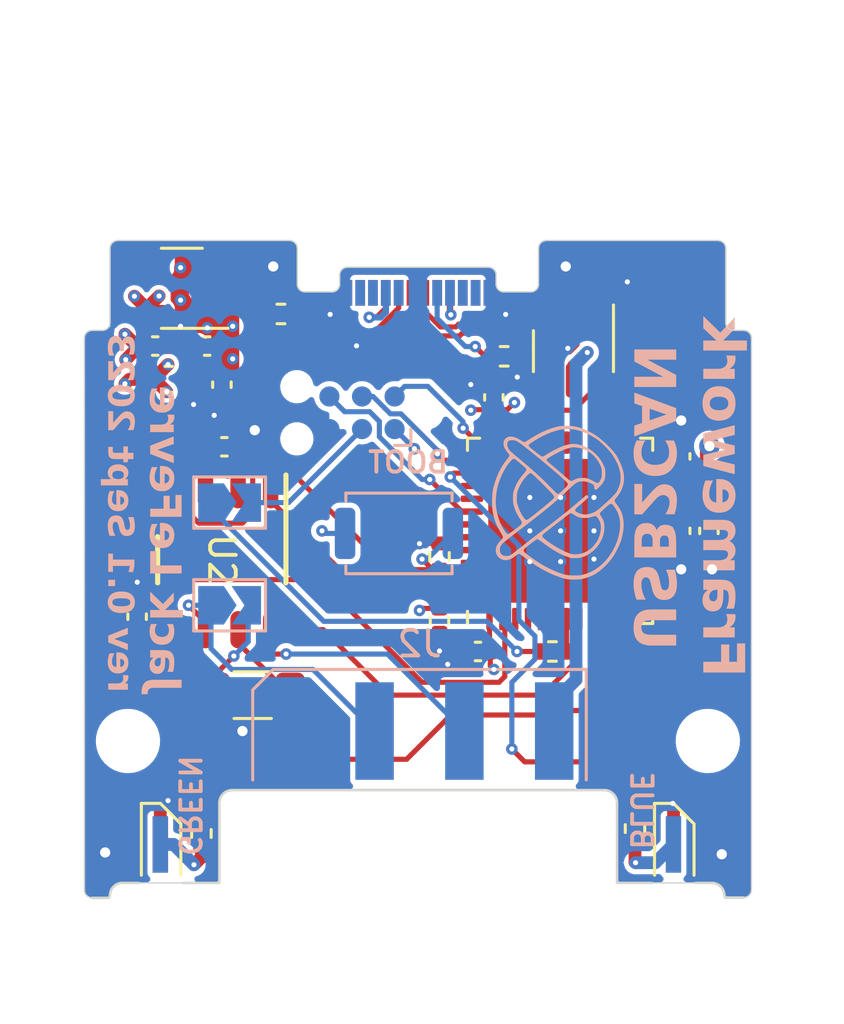
<source format=kicad_pcb>
(kicad_pcb (version 20221018) (generator pcbnew)
  (layers (0 "F.Cu" signal) (1 "In1.Cu" signal) (2 "In2.Cu" signal) (31 "B.Cu" signal) (34 "B.Paste" user) (35 "F.Paste" user) (36 "B.SilkS" user "B.Silkscreen") (37 "F.SilkS" user "F.Silkscreen") (38 "B.Mask" user) (39 "F.Mask" user) (44 "Edge.Cuts" user))
  (net 0 "")
  (net 1 "GND")
  (net 2 "+3V3")
  (net 3 "VDDA")
  (net 4 "VBUS")
  (net 5 "CAN_IOPWR")
  (net 6 "Net-(D2-A)")
  (net 7 "Net-(D3-A)")
  (net 8 "nRESET")
  (net 9 "SWDIO")
  (net 10 "SWCLK")
  (net 11 "SWO")
  (net 14 "Net-(P1-CC)")
  (net 15 "/SSD+")
  (net 16 "/SSD-")
  (net 22 "Net-(P1-VCONN)")
  (net 26 "USB_D+")
  (net 27 "Net-(J2-Pin_3)")
  (net 28 "Net-(JP1-B)")
  (net 29 "CANRX")
  (net 30 "Net-(J2-Pin_2)")
  (net 31 "USB_D-")
  (net 32 "Net-(U3-PG10)")
  (net 33 "LEDB")
  (net 35 "LEDG")
  (net 36 "CANTX")
  (net 37 "CAN_STBY")
  (net 68 "Net-(JP2-A)")
  (footprint "Resistor_SMD:R_0402_1005Metric" (layer "F.Cu") (at 133.4 94.69 -90)
    (fp_text reference "R10" hide)
    (fp_text value "330R")
  )
  (footprint "Capacitor_SMD:C_0402_1005Metric" (layer "F.Cu") (at 144.8 77.7 90)
    (fp_text reference "C4" hide)
    (fp_text value "100n")
  )
  (footprint "tcan1042:D0008A_N" (layer "F.Cu") (at 134.195 84.025001 -90)
    (fp_text reference "U2")
    (fp_text value "TCAN1042HGVDQ1")
  )
  (footprint "Capacitor_SMD:C_0402_1005Metric" (layer "F.Cu") (at 144.18 87.6 180)
    (fp_text reference "C5" hide)
    (fp_text value "100n")
  )
  (footprint "TestPoint:TestPoint_Pad_1.5x1.5mm" (layer "F.Cu") (at 147.537868 72.587868)
    (fp_text reference "TP3" hide)
    (fp_text value "TestPoint")
  )
  (footprint "Resistor_SMD:R_1206_3216Metric" (layer "F.Cu") (at 135.4 89.3 180)
    (fp_text reference "R4" hide)
    (fp_text value "120")
  )
  (footprint "Capacitor_SMD:C_0402_1005Metric" (layer "F.Cu") (at 142.68 86.4 -90)
    (fp_text reference "C8" hide)
    (fp_text value "100n")
  )
  (footprint "Resistor_SMD:R_0402_1005Metric" (layer "F.Cu") (at 142.68 83.9 90)
    (fp_text reference "R3" hide)
    (fp_text value "220k")
  )
  (footprint "Package_TO_SOT_SMD:SOT-23-6" (layer "F.Cu") (at 147.9 75.9 -90)
    (fp_text reference "U1" hide)
    (fp_text value "WE-TVS-82400102")
  )
  (footprint "Package_TO_SOT_SMD:SOT-23-5" (layer "F.Cu") (at 132.6375 73.45 180)
    (fp_text reference "U9" hide)
    (fp_text value "AP2112K-3.3")
  )
  (footprint "Capacitor_SMD:C_0402_1005Metric" (layer "F.Cu") (at 152.08 80 90)
    (fp_text reference "C6" hide)
    (fp_text value "100n")
  )
  (footprint "Capacitor_SMD:C_0402_1005Metric" (layer "F.Cu") (at 153.18 82.9 -90)
    (fp_text reference "C9" hide)
    (fp_text value "1u")
  )
  (footprint "MountingHole:MountingHole_2.2mm_M2" (layer "F.Cu") (at 130.537868 91.087868)
    (fp_text reference "H1" hide)
    (fp_text value "MountingHole")
  )
  (footprint "Capacitor_SMD:C_0603_1608Metric" (layer "F.Cu") (at 132.125 77)
    (fp_text reference "C3" hide)
    (fp_text value "4u7")
  )
  (footprint "Capacitor_SMD:C_0402_1005Metric" (layer "F.Cu") (at 130.895 86.245001 90)
    (fp_text reference "C1" hide)
    (fp_text value "100n")
  )
  (footprint "Connectors:LED_THT_Edge Mount" (layer "F.Cu") (at 151.8 95.1175 180)
    (fp_text reference "D2" hide)
    (fp_text value "Blue")
    (fp_line (start -0.86 -1.5) (end 0.84 -1.5) (stroke (width 0.05)) (layer "Edge.Cuts"))
  )
  (footprint "Connectors:LED_THT_Edge Mount" (layer "F.Cu") (at 131.8 95.1175 180)
    (fp_text reference "D3" hide)
    (fp_text value "Green")
    (fp_line (start -0.86 -1.5) (end 0.84 -1.5) (stroke (width 0.05)) (layer "Edge.Cuts"))
  )
  (footprint "NetTie:NetTie-2_SMD_Pad0.5mm" (layer "F.Cu") (at 153.08 80.9 -90)
    (fp_text reference "NT1" hide)
    (fp_text value "NetTie_2")
  )
  (footprint "Capacitor_SMD:C_0402_1005Metric" (layer "F.Cu") (at 131.6 75.7)
    (fp_text reference "C15" hide)
    (fp_text value "1u")
  )
  (footprint "Resistor_SMD:R_0402_1005Metric" (layer "F.Cu") (at 136.5 74.45 180)
    (fp_text reference "R1" hide)
    (fp_text value "5.1k")
  )
  (footprint "MountingHole:MountingHole_2.2mm_M2" (layer "F.Cu") (at 153.137868 91.087868)
    (fp_text reference "H2" hide)
    (fp_text value "MountingHole")
  )
  (footprint "Resistor_SMD:R_0402_1005Metric" (layer "F.Cu") (at 147.08 87.6)
    (fp_text reference "R5" hide)
    (fp_text value "330R")
  )
  (footprint "Resistor_SMD:R_0402_1005Metric" (layer "F.Cu") (at 150.3 94.5 -90)
    (fp_text reference "R9" hide)
    (fp_text value "330R")
  )
  (footprint "Capacitor_SMD:C_0402_1005Metric" (layer "F.Cu") (at 134.2 77.205 -90)
    (fp_text reference "C14" hide)
    (fp_text value "1u")
  )
  (footprint "Capacitor_SMD:C_0402_1005Metric" (layer "F.Cu") (at 133.625 75.7 180)
    (fp_text reference "C11" hide)
    (fp_text value "100n")
  )
  (footprint "Resistor_SMD:R_0402_1005Metric" (layer "F.Cu") (at 145.2 76.1)
    (fp_text reference "R2" hide)
    (fp_text value "5.1k")
  )
  (footprint "Package_DFN_QFN:QFN-48-1EP_7x7mm_P0.5mm_EP5.6x5.6mm" (layer "F.Cu") (at 147.38 82.9 90)
    (fp_text reference "U3" hide)
    (fp_text value "STM32G431CBUx")
  )
  (footprint "Capacitor_SMD:C_0402_1005Metric" (layer "F.Cu") (at 134.295 79.625001)
    (fp_text reference "C2" hide)
    (fp_text value "100n")
  )
  (footprint "Capacitor_SMD:C_0402_1005Metric" (layer "F.Cu") (at 152.08 82.9 -90)
    (fp_text reference "C10" hide)
    (fp_text value "100n")
  )
  (footprint "Expansion_Card:USB_C_Plug_Molex_105444" (layer "F.Cu") (at 141.837868 73.587868)
    (fp_text reference "P1" hide)
    (fp_text value "USB_C_Plug")
    (fp_line (start -3.35 0) (end -4.3 0) (stroke (width 0.05)) (layer "Edge.Cuts"))
    (fp_line (start -3.05 -0.66) (end -3.05 -0.3) (stroke (width 0.05)) (layer "Edge.Cuts"))
    (fp_line (start -2.75 -0.96) (end 2.75 -0.96) (stroke (width 0.05)) (layer "Edge.Cuts"))
    (fp_line (start 3.05 -0.66) (end 3.05 -0.3) (stroke (width 0.05)) (layer "Edge.Cuts"))
    (fp_line (start 3.35 0) (end 4.3 0) (stroke (width 0.05)) (layer "Edge.Cuts"))
    (fp_arc (start -3.05 -0.66) (mid -2.962132 -0.872132) (end -2.75 -0.96) (stroke (width 0.05)) (layer "Edge.Cuts"))
    (fp_arc (start -3.05 -0.3) (mid -3.137868 -0.087868) (end -3.35 0) (stroke (width 0.05)) (layer "Edge.Cuts"))
    (fp_arc (start 2.75 -0.96) (mid 2.962132 -0.872132) (end 3.05 -0.66) (stroke (width 0.05)) (layer "Edge.Cuts"))
    (fp_arc (start 3.35 0) (mid 3.137868 -0.087868) (end 3.05 -0.3) (stroke (width 0.05)) (layer "Edge.Cuts"))
  )
  (footprint "TestPoint:TestPoint_Pad_1.5x1.5mm" (layer "F.Cu") (at 136.137868 72.587868)
    (fp_text reference "TP1" hide)
    (fp_text value "TestPoint")
  )
  (footprint "TestPoint:TestPoint_Pad_1.5x1.5mm" (layer "B.Cu") (at 147.537868 72.587868)
    (fp_text reference "TP4" hide)
    (fp_text value "TestPoint")
  )
  (footprint "Connectors:pretzel" (layer "B.Cu") (at 147.3 81.8 90)
    (fp_text reference "G***" hide)
    (fp_text value "LOGO" hide)
  )
  (footprint "TestPoint:TestPoint_Pad_1.5x1.5mm" (layer "B.Cu") (at 136.137868 72.587868)
    (fp_text reference "TP2" hide)
    (fp_text value "TestPoint")
  )
  (footprint "Connector:Tag-Connect_TC2030-IDC-NL_2x03_P1.27mm_Vertical" (layer "B.Cu") (at 139.66 78.3 180)
    (fp_text reference "J1" hide)
    (fp_text value "TC2030-NL")
  )
  (footprint "Button_Switch_SMD:SW_Push_SPST_NO_Alps_SKRK" (layer "B.Cu") (at 141.1 83)
    (fp_text reference "SW1" hide)
    (fp_text value "BOOT")
  )
  (footprint "Jumper:SolderJumper-2_P1.3mm_Open_TrianglePad1.0x1.5mm" (layer "B.Cu") (at 134.5 81.8)
    (fp_text reference "JP2" hide)
    (fp_text value "RESET")
  )
  (footprint "Connectors:p3_5_edge_header" (layer "B.Cu") (at 141.9 90.7)
    (fp_text reference "J2")
    (fp_text value "Conn_01x04")
  )
  (footprint "Jumper:SolderJumper-2_P1.3mm_Open_TrianglePad1.0x1.5mm" (layer "B.Cu") (at 134.5 85.8)
    (fp_text reference "JP1" hide)
    (fp_text value "TERM")
  )
  (gr_arc (start 154.137868 75.087868) (mid 153.925733 74.999993) (end 153.837868 74.787868) (stroke (width 0.05)) (layer "Edge.Cuts"))
  (gr_arc (start 146.537868 71.887868) (mid 146.625745 71.675745) (end 146.837868 71.587868) (stroke (width 0.05)) (layer "Edge.Cuts"))
  (gr_arc (start 153.537868 71.587868) (mid 153.749997 71.675729) (end 153.837868 71.887868) (stroke (width 0.05)) (layer "Edge.Cuts"))
  (gr_arc (start 154.537868 75.087868) (mid 154.749997 75.175729) (end 154.837868 75.387868) (stroke (width 0.05)) (layer "Edge.Cuts"))
  (gr_line (start 146.537868 73.287868) (end 146.537868 71.887868) (stroke (width 0.05)) (layer "Edge.Cuts"))
  (gr_line (start 134.6 93) (end 149.1 93) (stroke (width 0.1)) (layer "Edge.Cuts"))
  (gr_arc (start 129.837868 71.887868) (mid 129.925745 71.675745) (end 130.137868 71.587868) (stroke (width 0.05)) (layer "Edge.Cuts"))
  (gr_line (start 152.66 96.6175) (end 153.3 96.6175) (stroke (width 0.1)) (layer "Edge.Cuts"))
  (gr_line (start 134.1 93.5) (end 134.1 96.6175) (stroke (width 0.1)) (layer "Edge.Cuts"))
  (gr_arc (start 137.437868 73.587868) (mid 137.225733 73.499993) (end 137.137868 73.287868) (stroke (width 0.05)) (layer "Edge.Cuts"))
  (gr_arc (start 153.3 96.6175) (mid 153.641179 96.758821) (end 153.7825 97.1) (stroke (width 0.1)) (layer "Edge.Cuts"))
  (gr_line (start 149.6 93.5) (end 149.6 96.6175) (stroke (width 0.1)) (layer "Edge.Cuts"))
  (gr_line (start 129.137868 75.087868) (end 129.537868 75.087868) (stroke (width 0.05)) (layer "Edge.Cuts"))
  (gr_line (start 153.7825 97.1) (end 153.8 97.187856) (stroke (width 0.1)) (layer "Edge.Cuts"))
  (gr_line (start 150.96 96.6175) (end 149.6 96.6175) (stroke (width 0.1)) (layer "Edge.Cuts"))
  (gr_arc (start 154.837859 96.887856) (mid 154.750003 97.1) (end 154.537859 97.187856) (stroke (width 0.05)) (layer "Edge.Cuts"))
  (gr_line (start 128.837868 75.387868) (end 128.84 96.9) (stroke (width 0.05)) (layer "Edge.Cuts"))
  (gr_line (start 153.837868 74.787868) (end 153.837868 71.887868) (stroke (width 0.05)) (layer "Edge.Cuts"))
  (gr_line (start 132.66 96.6175) (end 134.1 96.6175) (stroke (width 0.1)) (layer "Edge.Cuts"))
  (gr_line (start 146.137868 73.587868) (end 146.237868 73.587868) (stroke (width 0.05)) (layer "Edge.Cuts"))
  (gr_line (start 154.537859 97.187856) (end 153.8 97.187856) (stroke (width 0.1)) (layer "Edge.Cuts"))
  (gr_line (start 146.837868 71.587868) (end 153.537868 71.587868) (stroke (width 0.05)) (layer "Edge.Cuts"))
  (gr_line (start 137.137868 73.287868) (end 137.137868 71.887868) (stroke (width 0.05)) (layer "Edge.Cuts"))
  (gr_line (start 129.8 97.2) (end 129.14 97.2) (stroke (width 0.1)) (layer "Edge.Cuts"))
  (gr_arc (start 129.837868 74.787868) (mid 129.750009 75.000009) (end 129.537868 75.087868) (stroke (width 0.05)) (layer "Edge.Cuts"))
  (gr_arc (start 134.1 93.5) (mid 134.246447 93.146447) (end 134.6 93) (stroke (width 0.1)) (layer "Edge.Cuts"))
  (gr_arc (start 128.837868 75.387868) (mid 128.925745 75.175745) (end 129.137868 75.087868) (stroke (width 0.05)) (layer "Edge.Cuts"))
  (gr_line (start 129.837868 74.787868) (end 129.837868 71.887868) (stroke (width 0.05)) (layer "Edge.Cuts"))
  (gr_arc (start 136.837868 71.587868) (mid 137.049997 71.675729) (end 137.137868 71.887868) (stroke (width 0.05)) (layer "Edge.Cuts"))
  (gr_arc (start 146.537868 73.287868) (mid 146.450009 73.500009) (end 146.237868 73.587868) (stroke (width 0.05)) (layer "Edge.Cuts"))
  (gr_line (start 130.32 96.6175) (end 130.96 96.6175) (stroke (width 0.1)) (layer "Edge.Cuts"))
  (gr_line (start 154.137868 75.087868) (end 154.537868 75.087868) (stroke (width 0.05)) (layer "Edge.Cuts"))
  (gr_arc (start 149.1 93) (mid 149.453553 93.146447) (end 149.6 93.5) (stroke (width 0.1)) (layer "Edge.Cuts"))
  (gr_line (start 136.837868 71.587868) (end 130.137868 71.587868) (stroke (width 0.05)) (layer "Edge.Cuts"))
  (gr_arc (start 129.8375 97.1) (mid 129.978821 96.758821) (end 130.32 96.6175) (stroke (width 0.1)) (layer "Edge.Cuts"))
  (gr_line (start 129.8 97.2) (end 129.8375 97.1) (stroke (width 0.1)) (layer "Edge.Cuts"))
  (gr_line (start 137.437868 73.587868) (end 137.537868 73.587868) (stroke (width 0.05)) (layer "Edge.Cuts"))
  (gr_line (start 154.837868 75.387868) (end 154.837859 96.887856) (stroke (width 0.05)) (layer "Edge.Cuts"))
  (gr_arc (start 129.14 97.2) (mid 128.927868 97.112132) (end 128.84 96.9) (stroke (width 0.05)) (layer "Edge.Cuts"))
  (gr_text "Framework\nUSB2CAN" (at 150 81.6 270) (layer "B.SilkS") (effects (font (size 1.6 1.6)) (justify bottom mirror)))
  (gr_text "rev 0.1 Sept 2023" (at 129.6 82.2 270) (layer "B.SilkS") (effects (font (size 1 1)) (justify bottom mirror)))
  (gr_text "BLUE" (at 150.08 95.4 270) (layer "B.SilkS") (effects (font (size 0.8 0.8)) (justify left bottom mirror)))
  (gr_text "Jack LeFevre" (at 131.2 83.2 270) (layer "B.SilkS") (effects (font (size 1.2 1.2)) (justify bottom mirror)))
  (gr_text "BOOT" (at 143.1 80.7) (layer "B.SilkS") (effects (font (size 0.8 0.8)) (justify left bottom mirror)))
  (gr_text "GREEN" (at 132.47 95.65 270) (layer "B.SilkS") (effects (font (size 0.8 0.8)) (justify left bottom mirror)))
  (segment (start 134.2 78.1) (end 134.2 77.685) (width 0.5) (layer "F.Cu") (net 1))
  (segment (start 142.68 83.39) (end 141.91 83.39) (width 0.2) (layer "F.Cu") (net 1))
  (segment (start 151.8 93.55) (end 151.77 93.52) (width 0.5) (layer "F.Cu") (net 1))
  (segment (start 143.5 87.6) (end 143 88.1) (width 0.2) (layer "F.Cu") (net 1))
  (segment (start 147.9 75.570762) (end 147.680381 75.790381) (width 0.5) (layer "F.Cu") (net 1))
  (segment (start 133.145 75.7) (end 132.08 75.7) (width 0.5) (layer "F.Cu") (net 1))
  (segment (start 133.585 77.685) (end 132.9 77) (width 0.5) (layer "F.Cu") (net 1))
  (segment (start 145.71 76.91) (end 145.71 76.1) (width 0.2) (layer "F.Cu") (net 1))
  (segment (start 153.18 83.38) (end 153.18 84.28) (width 0.5) (layer "F.Cu") (net 1))
  (segment (start 132.08 75.438) (end 132.588 74.93) (width 0.5) (layer "F.Cu") (net 1))
  (segment (start 144.8 77.22) (end 145.4 77.22) (width 0.2) (layer "F.Cu") (net 1))
  (segment (start 133.389 77.685) (end 133.585 77.685) (width 0.5) (layer "F.Cu") (net 1))
  (segment (start 135.275736 73.45) (end 135.275736 73.735736) (width 0.5) (layer "F.Cu") (net 1))
  (segment (start 151.8 95.1175) (end 151.8 93.55) (width 0.5) (layer "F.Cu") (net 1))
  (segment (start 145.4 77.22) (end 145.71 76.91) (width 0.2) (layer "F.Cu") (net 1))
  (segment (start 132.08 75.7) (end 132.08 75.438) (width 0.5) (layer "F.Cu") (net 1))
  (segment (start 135.275736 73.735736) (end 135.99 74.45) (width 0.5) (layer "F.Cu") (net 1))
  (segment (start 152.08 83.38) (end 153.18 83.38) (width 0.5) (layer "F.Cu") (net 1))
  (segment (start 147.9 74.7625) (end 147.9 75.570762) (width 0.5) (layer "F.Cu") (net 1))
  (segment (start 131.8 93.71) (end 132.1 93.41) (width 0.5) (layer "F.Cu") (net 1))
  (segment (start 130.895 85.765001) (end 130.895 84.905) (width 0.2) (layer "F.Cu") (net 1))
  (segment (start 152.08 78.62) (end 152.1 78.6) (width 0.5) (layer "F.Cu") (net 1))
  (segment (start 141.91 83.39) (end 141.9 83.4) (width 0.2) (layer "F.Cu") (net 1))
  (segment (start 143.92 77.22) (end 143.9 77.2) (width 0.2) (layer "F.Cu") (net 1))
  (segment (start 133.096 77.978) (end 133.389 77.685) (width 0.5) (layer "F.Cu") (net 1))
  (segment (start 135.478495 78.978495) (end 134.831989 79.625001) (width 0.5) (layer "F.Cu") (net 1))
  (segment (start 139.087868 73.797868) (end 138.417868 74.467868) (width 0.2) (layer "F.Cu") (net 1))
  (segment (start 134.83 79.680001) (end 134.775 79.625001) (width 0.5) (layer "F.Cu") (net 1))
  (segment (start 131.8 95.1175) (end 131.8 93.71) (width 0.5) (layer "F.Cu") (net 1))
  (segment (start 132.9 75.945) (end 133.145 75.7) (width 0.5) (layer "F.Cu") (net 1))
  (segment (start 135.275736 73.45) (end 136.125736 72.6) (width 0.5) (layer "F.Cu") (net 1))
  (segment (start 133.9 78.4) (end 134.2 78.1) (width 0.5) (layer "F.Cu") (net 1))
  (segment (start 144.587868 73.797868) (end 145.257868 74.467868) (width 0.2) (layer "F.Cu") (net 1))
  (segment (start 134.831989 79.625001) (end 134.775 79.625001) (width 0.5) (layer "F.Cu") (net 1))
  (segment (start 130.895 84.905) (end 130.9 84.9) (width 0.2) (layer "F.Cu") (net 1))
  (segment (start 134.83 81.3) (end 134.83 79.680001) (width 0.5) (layer "F.Cu") (net 1))
  (segment (start 153.18 84.28) (end 153.3 84.4) (width 0.5) (layer "F.Cu") (net 1))
  (segment (start 152.08 83.38) (end 152.08 84.38) (width 0.5) (layer "F.Cu") (net 1))
  (segment (start 152.08 79.52) (end 152.08 78.62) (width 0.5) (layer "F.Cu") (net 1))
  (segment (start 152.08 84.38) (end 152.1 84.4) (width 0.5) (layer "F.Cu") (net 1))
  (segment (start 142.68 87.58) (end 142.68 86.88) (width 0.2) (layer "F.Cu") (net 1))
  (segment (start 134.2 77.685) (end 133.585 77.685) (width 0.5) (layer "F.Cu") (net 1))
  (segment (start 144.8 77.22) (end 143.92 77.22) (width 0.2) (layer "F.Cu") (net 1))
  (segment (start 132.9 77) (end 132.9 75.945) (width 0.5) (layer "F.Cu") (net 1))
  (segment (start 143.7 87.6) (end 143.5 87.6) (width 0.2) (layer "F.Cu") (net 1))
  (segment (start 133.775 73.45) (end 135.275736 73.45) (width 0.5) (layer "F.Cu") (net 1))
  (via (at 145.71 76.91) (size 0.45) (drill 0.2) (layers "F.Cu" "B.Cu") (net 1))
  (via (at 129.65 95.43) (size 0.8) (drill 0.4) (layers "F.Cu" "B.Cu") (net 1))
  (via (at 141.9 83.4) (size 0.45) (drill 0.2) (layers "F.Cu" "B.Cu") (net 1))
  (via (at 130.9 84.9) (size 0.45) (drill 0.2) (layers "F.Cu" "B.Cu") (net 1))
  (via (at 152.1 84.4) (size 0.8) (drill 0.4) (layers "F.Cu" "B.Cu") (net 1))
  (via (at 153.3 84.4) (size 0.8) (drill 0.4) (layers "F.Cu" "B.Cu") (net 1))
  (via (at 148.7 81.6) (size 0.45) (drill 0.2) (layers "F.Cu" "B.Cu") (net 1))
  (via (at 146.2 84.1) (size 0.45) (drill 0.2) (layers "F.Cu" "B.Cu") (net 1))
  (via (at 147.4 81.6) (size 0.45) (drill 0.2) (layers "F.Cu" "B.Cu") (net 1))
  (via (at 136.2 72.6) (size 0.8) (drill 0.4) (layers "F.Cu" "B.Cu") (net 1))
  (via (at 146.2 82.9) (size 0.45) (drill 0.2) (layers "F.Cu" "B.Cu") (net 1))
  (via (at 143.9 77.2) (size 0.45) (drill 0.2) (layers "F.Cu" "B.Cu") (net 1))
  (via (at 148.7 84) (size 0.45) (drill 0.2) (layers "F.Cu" "B.Cu") (net 1))
  (via (at 132.1 93.41) (size 0.45) (drill 0.2) (layers "F.Cu" "B.Cu") (net 1))
  (via (at 145.257868 74.467868) (size 0.45) (drill 0.2) (layers "F.Cu" "B.Cu") (net 1))
  (via (at 147.4 82.9) (size 0.45) (drill 0.2) (layers "F.Cu" "B.Cu") (net 1))
  (via (at 147.680381 75.790381) (size 0.45) (drill 0.2) (layers "F.Cu" "B.Cu") (net 1))
  (via (at 139.446 75.692) (size 0.45) (drill 0.2) (layers "F.Cu" "B.Cu") (net 1))
  (via (at 152.1 78.6) (size 0.8) (drill 0.4) (layers "F.Cu" "B.Cu") (net 1))
  (via (at 142.68 87.58) (size 0.45) (drill 0.2) (layers "F.Cu" "B.Cu") (net 1))
  (via (at 153.68 95.5) (size 0.8) (drill 0.4) (layers "F.Cu" "B.Cu") (net 1))
  (via (at 147.6 72.6) (size 0.8) (drill 0.4) (layers "F.Cu" "B.Cu") (net 1))
  (via (at 148.7 82.9) (size 0.45) (drill 0.2) (layers "F.Cu" "B.Cu") (net 1))
  (via (at 132.588 74.93) (size 0.45) (drill 0.2) (layers "F.Cu" "B.Cu") (net 1))
  (via (at 135 90.7) (size 0.8) (drill 0.4) (layers "F.Cu" "B.Cu") (net 1))
  (via (at 133.096 77.978) (size 0.45) (drill 0.2) (layers "F.Cu" "B.Cu") (net 1))
  (via (at 138.417868 74.467868) (size 0.45) (drill 0.2) (layers "F.Cu" "B.Cu") (net 1))
  (via (at 147.4 84.1) (size 0.45) (drill 0.2) (layers "F.Cu" "B.Cu") (net 1))
  (via (at 143 88.1) (size 0.45) (drill 0.2) (layers "F.Cu" "B.Cu") (net 1))
  (via (at 135.478495 78.978495) (size 0.8) (drill 0.4) (layers "F.Cu" "B.Cu") (net 1))
  (via (at 150 73.2) (size 0.45) (drill 0.2) (layers "F.Cu" "B.Cu") (net 1))
  (via (at 146.2 81.6) (size 0.45) (drill 0.2) (layers "F.Cu" "B.Cu") (net 1))
  (via (at 151.77 93.52) (size 0.45) (drill 0.2) (layers "F.Cu" "B.Cu") (net 1))
  (via (at 133.9 78.4) (size 0.45) (drill 0.2) (layers "F.Cu" "B.Cu") (net 1))
  (segment (start 136.65 90.7) (end 135 90.7) (width 0.5) (layer "B.Cu") (net 1))
  (segment (start 144.587868 73.797868) (end 145.257868 74.467868) (width 0.2) (layer "B.Cu") (net 1))
  (segment (start 139.087868 73.797868) (end 138.417868 74.467868) (width 0.2) (layer "B.Cu") (net 1))
  (segment (start 131.5 74.4) (end 131.12 74.78) (width 0.5) (layer "F.Cu") (net 2))
  (segment (start 131.12 75.7) (end 130.88 75.7) (width 0.5) (layer "F.Cu") (net 2))
  (segment (start 142.95 85.65) (end 142.68 85.92) (width 0.2) (layer "F.Cu") (net 2))
  (segment (start 153.08 80.4) (end 153.08 79.72) (width 0.5) (layer "F.Cu") (net 2))
  (segment (start 130.59 77) (end 130.42 77.17) (width 0.5) (layer "F.Cu") (net 2))
  (segment (start 144.63 86.3375) (end 144.63 87.57) (width 0.2) (layer "F.Cu") (net 2))
  (segment (start 131.12 75.7) (end 130.98 75.7) (width 0.5) (layer "F.Cu") (net 2))
  (segment (start 131.12 75.7) (end 131.12 76.77) (width 0.5) (layer "F.Cu") (net 2))
  (segment (start 153.08 79.72) (end 153.2 79.6) (width 0.5) (layer "F.Cu") (net 2))
  (segment (start 130.88 75.7) (end 130.42 75.24) (width 0.5) (layer "F.Cu") (net 2))
  (segment (start 131.12 74.78) (end 131.12 75.7) (width 0.5) (layer "F.Cu") (net 2))
  (segment (start 145.32 78.18) (end 145.6 77.9) (width 0.2) (layer "F.Cu") (net 2))
  (segment (start 145.13 79.4625) (end 145.13 78.51) (width 0.2) (layer "F.Cu") (net 2))
  (segment (start 144.8 78.18) (end 143.92 78.18) (width 0.2) (layer "F.Cu") (net 2))
  (segment (start 150.8175 80.65) (end 151.91 80.65) (width 0.2) (layer "F.Cu") (net 2))
  (segment (start 131.5 74) (end 131.75 73.75) (width 0.5) (layer "F.Cu") (net 2))
  (segment (start 131.43 74.4) (end 130.79 73.76) (width 0.5) (layer "F.Cu") (net 2))
  (segment (start 144.66 87.6) (end 144.66 88.16) (width 0.2) (layer "F.Cu") (net 2))
  (segment (start 131.52 77) (end 132.1 76.42) (width 0.5) (layer "F.Cu") (net 2))
  (segment (start 131.35 77) (end 131.57 77) (width 0.5) (layer "F.Cu") (net 2))
  (segment (start 144.66 88.16) (end 144.8 88.3) (width 0.2) (layer "F.Cu") (net 2))
  (segment (start 131.35 77) (end 130.59 77) (width 0.5) (layer "F.Cu") (net 2))
  (segment (start 131.57 77) (end 132.05 77.48) (width 0.5) (layer "F.Cu") (net 2))
  (segment (start 152.16 80.4) (end 152.08 80.48) (width 0.5) (layer "F.Cu") (net 2))
  (segment (start 141.98 85.92) (end 141.9 86) (width 0.2) (layer "F.Cu") (net 2))
  (segment (start 143.92 78.18) (end 143.9 78.2) (width 0.2) (layer "F.Cu") (net 2))
  (segment (start 131.5 74.4) (end 131.5 74) (width 0.5) (layer "F.Cu") (net 2))
  (segment (start 131.12 76.77) (end 131.35 77) (width 0.5) (layer "F.Cu") (net 2))
  (segment (start 130.98 75.7) (end 130.45 76.23) (width 0.5) (layer "F.Cu") (net 2))
  (segment (start 143.9425 85.65) (end 142.95 85.65) (width 0.2) (layer "F.Cu") (net 2))
  (segment (start 142.68 85.92) (end 141.98 85.92) (width 0.2) (layer "F.Cu") (net 2))
  (segment (start 145.13 78.51) (end 144.8 78.18) (width 0.2) (layer "F.Cu") (net 2))
  (segment (start 144.8 78.18) (end 145.32 78.18) (width 0.2) (layer "F.Cu") (net 2))
  (segment (start 153.08 80.4) (end 152.16 80.4) (width 0.5) (layer "F.Cu") (net 2))
  (via (at 130.42 75.24) (size 0.45) (drill 0.2) (layers "F.Cu" "B.Cu") (net 2))
  (via (at 144.8 88.3) (size 0.45) (drill 0.2) (layers "F.Cu" "B.Cu") (net 2))
  (via (at 141.9 86) (size 0.45) (drill 0.2) (layers "F.Cu" "B.Cu") (net 2))
  (via (at 130.42 77.17) (size 0.45) (drill 0.2) (layers "F.Cu" "B.Cu") (net 2))
  (via (at 130.79 73.76) (size 0.45) (drill 0.2) (layers "F.Cu" "B.Cu") (net 2))
  (via (at 130.45 76.23) (size 0.45) (drill 0.2) (layers "F.Cu" "B.Cu") (net 2))
  (via (at 141.7 79.7) (size 0.45) (drill 0.2) (layers "F.Cu" "B.Cu") (net 2))
  (via (at 153.2 79.6) (size 0.8) (drill 0.4) (layers "F.Cu" "B.Cu") (net 2))
  (via (at 132.1 76.42) (size 0.45) (drill 0.2) (layers "F.Cu" "B.Cu") (net 2))
  (via (at 131.75 73.75) (size 0.45) (drill 0.2) (layers "F.Cu" "B.Cu") (net 2))
  (via (at 132.05 77.48) (size 0.45) (drill 0.2) (layers "F.Cu" "B.Cu") (net 2))
  (via (at 143.9 78.2) (size 0.45) (drill 0.2) (layers "F.Cu" "B.Cu") (net 2))
  (via (at 138.1 82.9) (size 0.45) (drill 0.2) (layers "F.Cu" "B.Cu") (net 2))
  (via (at 145.6 77.9) (size 0.45) (drill 0.2) (layers "F.Cu" "B.Cu") (net 2))
  (segment (start 138.2 83) (end 138.1 82.9) (width 0.2) (layer "B.Cu") (net 2))
  (segment (start 140.935 78.935) (end 141.7 79.7) (width 0.2) (layer "B.Cu") (net 2))
  (segment (start 139 83) (end 138.2 83) (width 0.2) (layer "B.Cu") (net 2))
  (segment (start 152.08 82.42) (end 153.18 82.42) (width 0.25) (layer "F.Cu") (net 3))
  (segment (start 151.81 82.15) (end 152.08 82.42) (width 0.2) (layer "F.Cu") (net 3))
  (segment (start 153.08 81.4) (end 153.08 82.32) (width 0.25) (layer "F.Cu") (net 3))
  (segment (start 151.31 81.65) (end 152.08 82.42) (width 0.2) (layer "F.Cu") (net 3))
  (segment (start 150.8175 81.65) (end 151.31 81.65) (width 0.2) (layer "F.Cu") (net 3))
  (segment (start 150.8175 82.15) (end 151.81 82.15) (width 0.2) (layer "F.Cu") (net 3))
  (segment (start 133.775 74.4) (end 133.074 74.4) (width 0.5) (layer "F.Cu") (net 4))
  (segment (start 147.9 76.49) (end 147.9 77.0375) (width 0.5) (layer "F.Cu") (net 4))
  (segment (start 148.44 75.95) (end 147.9 76.49) (width 0.5) (layer "F.Cu") (net 4))
  (segment (start 133.815 79.582036) (end 135 78.397036) (width 0.5) (layer "F.Cu") (net 4))
  (segment (start 133.775 74.845) (end 133.63 74.99) (width 0.5) (layer "F.Cu") (net 4))
  (segment (start 143.087868 74.447868) (end 143.12 74.48) (width 0.25) (layer "F.Cu") (net 4))
  (segment (start 132.588 73.914) (end 132.588 72.644) (width 0.5) (layer "F.Cu") (net 4))
  (segment (start 133.56 79.880001) (end 133.815 79.625001) (width 0.5) (layer "F.Cu") (net 4))
  (segment (start 140.587868 74.217158) (end 140.527868 74.277158) (width 0.2) (layer "F.Cu") (net 4))
  (segment (start 133.56 81.3) (end 133.56 79.880001) (width 0.5) (layer "F.Cu") (net 4))
  (segment (start 133.775 74.4) (end 133.775 74.845) (width 0.5) (layer "F.Cu") (net 4))
  (segment (start 135 78.397036) (end 135 77.482035) (width 0.5) (layer "F.Cu") (net 4))
  (segment (start 134.105 75.7) (end 134.105 75.445) (width 0.5) (layer "F.Cu") (net 4))
  (segment (start 134.2 76.725) (end 134.2 76.62) (width 0.5) (layer "F.Cu") (net 4))
  (segment (start 134.105 75.445) (end 134.62 74.93) (width 0.5) (layer "F.Cu") (net 4))
  (segment (start 140.225026 74.58) (end 139.94 74.58) (width 0.2) (layer "F.Cu") (net 4))
  (segment (start 134.2 76.62) (end 134.62 76.2) (width 0.5) (layer "F.Cu") (net 4))
  (segment (start 133.775 72.5) (end 132.732 72.5) (width 0.5) (layer "F.Cu") (net 4))
  (segment (start 140.527868 74.277158) (end 140.225026 74.58) (width 0.2) (layer "F.Cu") (net 4))
  (segment (start 135 77.482035) (end 134.242965 76.725) (width 0.5) (layer "F.Cu") (net 4))
  (segment (start 143.087868 73.627868) (end 143.087868 74.447868) (width 0.25) (layer "F.Cu") (net 4))
  (segment (start 133.074 74.4) (end 132.588 73.914) (width 0.5) (layer "F.Cu") (net 4))
  (segment (start 140.587868 73.627868) (end 140.587868 74.217158) (width 0.2) (layer "F.Cu") (net 4))
  (segment (start 132.732 72.5) (end 132.588 72.644) (width 0.5) (layer "F.Cu") (net 4))
  (via (at 134.62 74.93) (size 0.45) (drill 0.2) (layers "F.Cu" "B.Cu") (net 4))
  (via (at 148.44 75.95) (size 0.45) (drill 0.2) (layers "F.Cu" "B.Cu") (net 4))
  (via (at 143.12 74.48) (size 0.45) (drill 0.2) (layers "F.Cu" "B.Cu") (net 4))
  (via (at 132.588 72.644) (size 0.45) (drill 0.2) (layers "F.Cu" "B.Cu") (net 4))
  (via (at 139.94 74.58) (size 0.45) (drill 0.2) (layers "F.Cu" "B.Cu") (net 4))
  (via (at 133.63 74.99) (size 0.45) (drill 0.2) (layers "F.Cu" "B.Cu") (net 4))
  (via (at 134.62 76.2) (size 0.45) (drill 0.2) (layers "F.Cu" "B.Cu") (net 4))
  (via (at 132.588 73.914) (size 0.45) (drill 0.2) (layers "F.Cu" "B.Cu") (net 4))
  (segment (start 140.385736 74.58) (end 139.94 74.58) (width 0.25) (layer "B.Cu") (net 4))
  (segment (start 143.087868 73.627868) (end 143.087868 74.447868) (width 0.2) (layer "B.Cu") (net 4))
  (segment (start 140.587868 73.627868) (end 140.587868 74.377868) (width 0.25) (layer "B.Cu") (net 4))
  (segment (start 147.15 89.55) (end 148 88.7) (width 0.5) (layer "B.Cu") (net 4))
  (segment (start 143.087868 74.447868) (end 143.12 74.48) (width 0.2) (layer "B.Cu") (net 4))
  (segment (start 148 76.39) (end 148.44 75.95) (width 0.5) (layer "B.Cu") (net 4))
  (segment (start 148 88.7) (end 148 76.39) (width 0.5) (layer "B.Cu") (net 4))
  (segment (start 140.587868 74.377868) (end 140.385736 74.58) (width 0.25) (layer "B.Cu") (net 4))
  (segment (start 142 88.8) (end 138 84.8) (width 0.2) (layer "F.Cu") (net 5))
  (segment (start 145 88.8) (end 142 88.8) (width 0.2) (layer "F.Cu") (net 5))
  (segment (start 145.225 88.575) (end 145 88.8) (width 0.2) (layer "F.Cu") (net 5))
  (segment (start 145.13 86.3375) (end 145.225 86.4325) (width 0.2) (layer "F.Cu") (net 5))
  (segment (start 130.895 86.725001) (end 132.265002 86.725001) (width 0.2) (layer "F.Cu") (net 5))
  (segment (start 145.225 86.4325) (end 145.225 88.575) (width 0.2) (layer "F.Cu") (net 5))
  (segment (start 138 84.8) (end 133.1 84.8) (width 0.2) (layer "F.Cu") (net 5))
  (segment (start 133.1 84.8) (end 132.29 85.61) (width 0.2) (layer "F.Cu") (net 5))
  (segment (start 132.29 85.61) (end 132.29 86.749999) (width 0.2) (layer "F.Cu") (net 5))
  (segment (start 150.3 95.01) (end 150.3 95.81) (width 0.5) (layer "F.Cu") (net 6))
  (segment (start 150.3 95.81) (end 150.32 95.83) (width 0.5) (layer "F.Cu") (net 6))
  (via (at 150.32 95.83) (size 0.45) (drill 0.2) (layers "F.Cu" "B.Cu") (net 6))
  (segment (start 151.0875 95.83) (end 151.8 95.1175) (width 0.5) (layer "B.Cu") (net 6))
  (segment (start 150.32 95.83) (end 151.0875 95.83) (width 0.5) (layer "B.Cu") (net 6))
  (segment (start 133.4 95.62) (end 133.11 95.91) (width 0.5) (layer "F.Cu") (net 7))
  (segment (start 133.4 95.2) (end 133.4 95.62) (width 0.5) (layer "F.Cu") (net 7))
  (via (at 133.11 95.91) (size 0.45) (drill 0.2) (layers "F.Cu" "B.Cu") (net 7))
  (segment (start 132.3175 95.1175) (end 133.11 95.91) (width 0.5) (layer "B.Cu") (net 7))
  (segment (start 131.8 95.1175) (end 132.3175 95.1175) (width 0.5) (layer "B.Cu") (net 7))
  (segment (start 136.795 81.8) (end 135.225 81.8) (width 0.2) (layer "B.Cu") (net 8))
  (segment (start 139.66 78.935) (end 136.795 81.8) (width 0.2) (layer "B.Cu") (net 8))
  (segment (start 144.63 79.4625) (end 144.1625 79.4625) (width 0.2) (layer "F.Cu") (net 9))
  (segment (start 144.1625 79.4625) (end 143.6 78.9) (width 0.2) (layer "F.Cu") (net 9))
  (via (at 143.6 78.9) (size 0.45) (drill 0.2) (layers "F.Cu" "B.Cu") (net 9))
  (segment (start 142.2239 77.271301) (end 143.6 78.647401) (width 0.2) (layer "B.Cu") (net 9))
  (segment (start 140.93 77.665) (end 141.323699 77.271301) (width 0.2) (layer "B.Cu") (net 9))
  (segment (start 143.6 78.647401) (end 143.6 78.9) (width 0.2) (layer "B.Cu") (net 9))
  (segment (start 141.323699 77.271301) (end 142.2239 77.271301) (width 0.2) (layer "B.Cu") (net 9))
  (segment (start 143.9425 80.15) (end 142.85 80.15) (width 0.2) (layer "F.Cu") (net 10))
  (segment (start 142.85 80.15) (end 142.6 79.9) (width 0.2) (layer "F.Cu") (net 10))
  (via (at 142.6 79.9) (size 0.45) (drill 0.2) (layers "F.Cu" "B.Cu") (net 10))
  (segment (start 141.175919 78.3413) (end 142.6 79.765381) (width 0.2) (layer "B.Cu") (net 10))
  (segment (start 140.090381 77.665) (end 140.766681 78.3413) (width 0.2) (layer "B.Cu") (net 10))
  (segment (start 142.6 79.765381) (end 142.6 79.9) (width 0.2) (layer "B.Cu") (net 10))
  (segment (start 139.66 77.665) (end 140.090381 77.665) (width 0.2) (layer "B.Cu") (net 10))
  (segment (start 140.766681 78.3413) (end 141.175919 78.3413) (width 0.2) (layer "B.Cu") (net 10))
  (segment (start 143.9425 82.15) (end 143.55 82.15) (width 0.2) (layer "F.Cu") (net 11))
  (segment (start 143.55 82.15) (end 142.3 80.9) (width 0.2) (layer "F.Cu") (net 11))
  (via (at 142.3 80.9) (size 0.45) (drill 0.2) (layers "F.Cu" "B.Cu") (net 11))
  (segment (start 138.39 77.665) (end 138.9837 78.2587) (width 0.2) (layer "B.Cu") (net 11))
  (segment (start 140.3363 78.636301) (end 140.3363 79.2363) (width 0.2) (layer "B.Cu") (net 11))
  (segment (start 142 80.9) (end 142.3 80.9) (width 0.2) (layer "B.Cu") (net 11))
  (segment (start 139.958699 78.2587) (end 140.3363 78.636301) (width 0.2) (layer "B.Cu") (net 11))
  (segment (start 138.9837 78.2587) (end 139.958699 78.2587) (width 0.2) (layer "B.Cu") (net 11))
  (segment (start 140.3363 79.2363) (end 142 80.9) (width 0.2) (layer "B.Cu") (net 11))
  (segment (start 137.852868 75.292868) (end 139.115 75.292868) (width 0.2) (layer "F.Cu") (net 14))
  (segment (start 139.115 75.292868) (end 139.217868 75.19) (width 0.2) (layer "F.Cu") (net 14))
  (segment (start 140.11 75.19) (end 141.087868 74.212132) (width 0.2) (layer "F.Cu") (net 14))
  (segment (start 137.01 74.45) (end 137.852868 75.292868) (width 0.2) (layer "F.Cu") (net 14))
  (segment (start 141.087868 74.212132) (end 141.087868 73.627868) (width 0.2) (layer "F.Cu") (net 14))
  (segment (start 139.217868 75.19) (end 140.11 75.19) (width 0.2) (layer "F.Cu") (net 14))
  (segment (start 141.587868 74.327868) (end 141.587868 73.627868) (width 0.2) (layer "F.Cu") (net 15))
  (segment (start 143.566727 75.2) (end 143.461727 75.305) (width 0.2) (layer "F.Cu") (net 15))
  (segment (start 144.916141 75.292868) (end 144.823273 75.2) (width 0.2) (layer "F.Cu") (net 15))
  (segment (start 143.461727 75.305) (end 142.565 75.305) (width 0.2) (layer "F.Cu") (net 15))
  (segment (start 144.823273 75.2) (end 143.566727 75.2) (width 0.2) (layer "F.Cu") (net 15))
  (segment (start 146.9275 74.74) (end 146.239289 74.74) (width 0.2) (layer "F.Cu") (net 15))
  (segment (start 146.239289 74.74) (end 145.686422 75.292868) (width 0.2) (layer "F.Cu") (net 15))
  (segment (start 142.565 75.305) (end 141.587868 74.327868) (width 0.2) (layer "F.Cu") (net 15))
  (segment (start 145.686422 75.292868) (end 144.916141 75.292868) (width 0.2) (layer "F.Cu") (net 15))
  (segment (start 143.421752 74.85) (end 144.968248 74.85) (width 0.2) (layer "F.Cu") (net 16))
  (segment (start 148.195685 73.83) (end 148.85 74.484315) (width 0.2) (layer "F.Cu") (net 16))
  (segment (start 142.087868 74.327868) (end 142.715 74.955) (width 0.2) (layer "F.Cu") (net 16))
  (segment (start 142.715 74.955) (end 143.316752 74.955) (width 0.2) (layer "F.Cu") (net 16))
  (segment (start 145.541447 74.942868) (end 146.654315 73.83) (width 0.2) (layer "F.Cu") (net 16))
  (segment (start 146.654315 73.83) (end 148.195685 73.83) (width 0.2) (layer "F.Cu") (net 16))
  (segment (start 142.087868 73.627868) (end 142.087868 74.327868) (width 0.2) (layer "F.Cu") (net 16))
  (segment (start 145.061116 74.942868) (end 145.541447 74.942868) (width 0.2) (layer "F.Cu") (net 16))
  (segment (start 143.316752 74.955) (end 143.421752 74.85) (width 0.2) (layer "F.Cu") (net 16))
  (segment (start 144.968248 74.85) (end 145.061116 74.942868) (width 0.2) (layer "F.Cu") (net 16))
  (segment (start 144.45 76.1) (end 144.07 75.72) (width 0.2) (layer "F.Cu") (net 22))
  (segment (start 144.69 76.1) (end 144.45 76.1) (width 0.2) (layer "F.Cu") (net 22))
  (via (at 144.07 75.72) (size 0.45) (drill 0.2) (layers "F.Cu" "B.Cu") (net 22))
  (segment (start 144.07 75.72) (end 143.688248 75.72) (width 0.2) (layer "B.Cu") (net 22))
  (segment (start 143.688248 75.72) (end 142.587868 74.61962) (width 0.2) (layer "B.Cu") (net 22))
  (segment (start 142.587868 74.61962) (end 142.587868 73.627868) (width 0.2) (layer "B.Cu") (net 22))
  (segment (start 146.95 77.45) (end 145.63 78.77) (width 0.2) (layer "F.Cu") (net 26))
  (segment (start 145.63 78.77) (end 145.63 79.4625) (width 0.2) (layer "F.Cu") (net 26))
  (segment (start 136.702157 87.700935) (end 135.263435 87.700935) (width 0.2) (layer "F.Cu") (net 27))
  (segment (start 135.263435 87.700935) (end 135.13125 87.56875) (width 0.2) (layer "F.Cu") (net 27))
  (segment (start 135.13125 87.56875) (end 136.8625 89.3) (width 0.2) (layer "F.Cu") (net 27))
  (segment (start 134.83 87.2675) (end 135.13125 87.56875) (width 0.2) (layer "F.Cu") (net 27))
  (via (at 136.701222 87.7) (size 0.45) (drill 0.2) (layers "F.Cu" "B.Cu") (net 27))
  (segment (start 143.65 90.7) (end 140.65 87.7) (width 0.2) (layer "B.Cu") (net 27))
  (segment (start 140.65 87.7) (end 136.701222 87.7) (width 0.2) (layer "B.Cu") (net 27))
  (segment (start 133.9375 88.504922) (end 133.9375 89.3) (width 0.2) (layer "F.Cu") (net 28))
  (segment (start 134.66509 87.777332) (end 133.9375 88.504922) (width 0.2) (layer "F.Cu") (net 28))
  (via (at 134.66509 87.777332) (size 0.45) (drill 0.2) (layers "F.Cu" "B.Cu") (net 28))
  (segment (start 134.66509 87.777332) (end 135.225 87.217422) (width 0.2) (layer "B.Cu") (net 28))
  (segment (start 135.225 87.217422) (end 135.225 85.8) (width 0.2) (layer "B.Cu") (net 28))
  (segment (start 135.7 80.3) (end 135.4 80.6) (width 0.2) (layer "F.Cu") (net 29))
  (segment (start 135.4 82.2) (end 135 82.6) (width 0.2) (layer "F.Cu") (net 29))
  (segment (start 142.68 84.41) (end 140.71 84.41) (width 0.2) (layer "F.Cu") (net 29))
  (segment (start 142.92 84.65) (end 142.68 84.41) (width 0.2) (layer "F.Cu") (net 29))
  (segment (start 142.68 84.41) (end 142.41 84.41) (width 0.2) (layer "F.Cu") (net 29))
  (segment (start 143.9425 84.65) (end 142.92 84.65) (width 0.2) (layer "F.Cu") (net 29))
  (segment (start 142.41 84.41) (end 142 84) (width 0.2) (layer "F.Cu") (net 29))
  (segment (start 140.71 84.41) (end 136.6 80.3) (width 0.2) (layer "F.Cu") (net 29))
  (segment (start 133.3 82.6) (end 132.29 81.59) (width 0.2) (layer "F.Cu") (net 29))
  (segment (start 135.4 80.6) (end 135.4 82.2) (width 0.2) (layer "F.Cu") (net 29))
  (segment (start 136.6 80.3) (end 135.7 80.3) (width 0.2) (layer "F.Cu") (net 29))
  (segment (start 135 82.6) (end 133.3 82.6) (width 0.2) (layer "F.Cu") (net 29))
  (via (at 142 84) (size 0.45) (drill 0.2) (layers "F.Cu" "B.Cu") (net 29))
  (segment (start 142.2 84) (end 143.2 83) (width 0.2) (layer "B.Cu") (net 29))
  (segment (start 142 84) (end 142.2 84) (width 0.2) (layer "B.Cu") (net 29))
  (segment (start 132.9 85.8) (end 133.56 86.46) (width 0.2) (layer "F.Cu") (net 30))
  (via (at 132.9 85.8) (size 0.45) (drill 0.2) (layers "F.Cu" "B.Cu") (net 30))
  (segment (start 137.75 88.3) (end 140.15 90.7) (width 0.2) (layer "B.Cu") (net 30))
  (segment (start 134.586717 88.3) (end 137.75 88.3) (width 0.2) (layer "B.Cu") (net 30))
  (segment (start 132.9 85.8) (end 133.775 85.8) (width 0.2) (layer "B.Cu") (net 30))
  (segment (start 133.775 87.488283) (end 134.586717 88.3) (width 0.2) (layer "B.Cu") (net 30))
  (segment (start 133.775 85.8) (end 133.775 87.488283) (width 0.2) (layer "B.Cu") (net 30))
  (segment (start 146.13 78.97) (end 146.9 78.2) (width 0.2) (layer "F.Cu") (net 31))
  (segment (start 146.13 79.4625) (end 146.13 78.97) (width 0.2) (layer "F.Cu") (net 31))
  (segment (start 147.9 78.2) (end 148.85 77.25) (width 0.2) (layer "F.Cu") (net 31))
  (segment (start 146.9 78.2) (end 147.9 78.2) (width 0.2) (layer "F.Cu") (net 31))
  (segment (start 147.63 86.3375) (end 147.63 87.56) (width 0.2) (layer "F.Cu") (net 32))
  (segment (start 146 91.9) (end 149.6 91.9) (width 0.2) (layer "F.Cu") (net 33))
  (segment (start 149.6 91.9) (end 150.3 92.6) (width 0.2) (layer "F.Cu") (net 33))
  (segment (start 143.25 80.65) (end 143.1 80.8) (width 0.2) (layer "F.Cu") (net 33))
  (segment (start 145.5 91.4) (end 146 91.9) (width 0.2) (layer "F.Cu") (net 33))
  (segment (start 143.9425 80.65) (end 143.25 80.65) (width 0.2) (layer "F.Cu") (net 33))
  (segment (start 150.3 92.6) (end 150.3 93.99) (width 0.2) (layer "F.Cu") (net 33))
  (via (at 143.1 80.8) (size 0.45) (drill 0.2) (layers "F.Cu" "B.Cu") (net 33))
  (via (at 145.5 91.4) (size 0.45) (drill 0.2) (layers "F.Cu" "B.Cu") (net 33))
  (segment (start 145.775 86.375) (end 145.775 83.475) (width 0.2) (layer "B.Cu") (net 33))
  (segment (start 146.4 87.9) (end 146.4 87) (width 0.2) (layer "B.Cu") (net 33))
  (segment (start 145.5 91.4) (end 145.5 88.8) (width 0.2) (layer "B.Cu") (net 33))
  (segment (start 145.775 83.475) (end 143.1 80.8) (width 0.2) (layer "B.Cu") (net 33))
  (segment (start 145.5 88.8) (end 146.4 87.9) (width 0.2) (layer "B.Cu") (net 33))
  (segment (start 146.4 87) (end 145.775 86.375) (width 0.2) (layer "B.Cu") (net 33))
  (segment (start 149.2 89.9) (end 153.9 85.2) (width 0.2) (layer "F.Cu") (net 35))
  (segment (start 133.4 93.338604) (end 134.938604 91.8) (width 0.2) (layer "F.Cu") (net 35))
  (segment (start 143.125 90.075) (end 147.325 90.075) (width 0.2) (layer "F.Cu") (net 35))
  (segment (start 141.4 91.8) (end 143.125 90.075) (width 0.2) (layer "F.Cu") (net 35))
  (segment (start 147.325 90.075) (end 147.5 89.9) (width 0.2) (layer "F.Cu") (net 35))
  (segment (start 151 78.5) (end 151 79.9675) (width 0.2) (layer "F.Cu") (net 35))
  (segment (start 153.9 85.2) (end 153.9 78.5) (width 0.2) (layer "F.Cu") (net 35))
  (segment (start 147.5 89.9) (end 149.2 89.9) (width 0.2) (layer "F.Cu") (net 35))
  (segment (start 153.9 78.5) (end 153.1 77.7) (width 0.2) (layer "F.Cu") (net 35))
  (segment (start 153.1 77.7) (end 151.8 77.7) (width 0.2) (layer "F.Cu") (net 35))
  (segment (start 133.4 94.18) (end 133.4 93.338604) (width 0.2) (layer "F.Cu") (net 35))
  (segment (start 151.8 77.7) (end 151 78.5) (width 0.2) (layer "F.Cu") (net 35))
  (segment (start 134.938604 91.8) (end 141.4 91.8) (width 0.2) (layer "F.Cu") (net 35))
  (segment (start 151 79.9675) (end 150.8175 80.15) (width 0.2) (layer "F.Cu") (net 35))
  (segment (start 139.525 85.15) (end 143.9425 85.15) (width 0.2) (layer "F.Cu") (net 36))
  (segment (start 136.1 81.725) (end 139.525 85.15) (width 0.2) (layer "F.Cu") (net 36))
  (segment (start 148.13 87.853762) (end 146.683762 89.3) (width 0.2) (layer "F.Cu") (net 37))
  (segment (start 148.13 86.3375) (end 148.13 87.853762) (width 0.2) (layer "F.Cu") (net 37))
  (segment (start 140.7 89.3) (end 138.149999 86.749999) (width 0.2) (layer "F.Cu") (net 37))
  (segment (start 146.683762 89.3) (end 140.7 89.3) (width 0.2) (layer "F.Cu") (net 37))
  (segment (start 138.149999 86.749999) (end 136.1 86.749999) (width 0.2) (layer "F.Cu") (net 37))
  (segment (start 146.57 87.6) (end 145.7 87.6) (width 0.2) (layer "F.Cu") (net 68))
  (via (at 145.7 87.6) (size 0.45) (drill 0.2) (layers "F.Cu" "B.Cu") (net 68))
  (segment (start 138.167156 86.425) (end 133.775 82.032844) (width 0.2) (layer "B.Cu") (net 68))
  (segment (start 144.525 86.425) (end 138.167156 86.425) (width 0.2) (layer "B.Cu") (net 68))
  (segment (start 145.7 87.6) (end 144.525 86.425) (width 0.2) (layer "B.Cu") (net 68))
  (zone (net 4) (net_name "VBUS") (layer "F.Cu") (priority 2) (connect_pads yes (clearance 0.2)) (min_thickness 0.25) (fill yes (thermal_gap 0.5) (thermal_bridge_width 0.5))
    (polygon (pts (xy 132.842 71.882) (xy 134.62 71.882) (xy 134.874 72.136) (xy 134.874 76.708) (xy 134.62 76.962) (xy 133.604 76.962) (xy 133.35 76.708) (xy 133.35 75.438) (xy 132.198 75.438) (xy 132.198 72.136)))
  )
  (zone (net 1) (net_name "GND") (layers "In1.Cu" "B.Cu") (connect_pads yes (clearance 0.2)) (min_thickness 0.25) (fill yes (thermal_gap 0.5) (thermal_bridge_width 0.5))
    (polygon (pts (xy 127.762 70.358) (xy 155.194 70.358) (xy 155.194 97.536) (xy 128.016 97.536)))
  )
)
</source>
